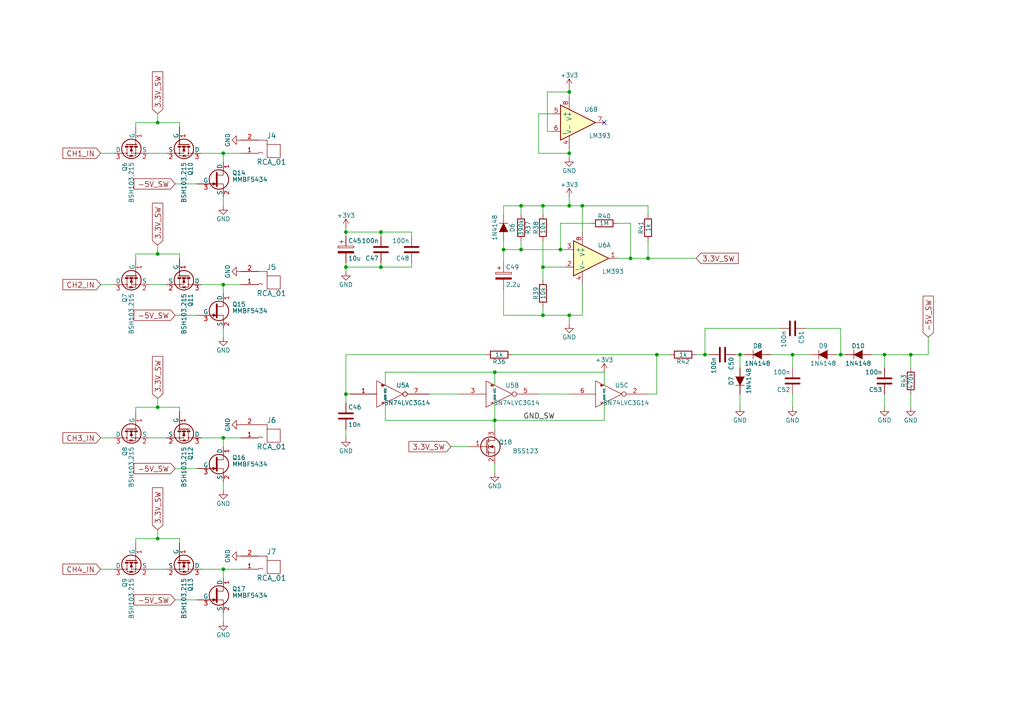
<source format=kicad_sch>
(kicad_sch (version 20211123) (generator eeschema)
  (paper "A4")
  (title_block (title "Muting") (date "2017-06-16") (rev "1.1") (company "Max Wulf") (comment 1 "Revision 1.1 - Michael Funk"))
  (lib_symbols
    (symbol "freeDSP_Classic_SMD-rescue:+3V3" (power) (pin_names (offset 0))
      (property "Value" "+3V3" (at 0 3.556 0))
      (symbol "+3V3_0_1"
        (polyline (pts (xy -0.762 1.27) (xy 0 2.54)))
        (polyline (pts (xy 0 0) (xy 0 2.54)))
        (polyline (pts (xy 0 2.54) (xy 0.762 1.27)))
      )
      (symbol "+3V3_1_1"
        (pin power_in line (at 0 0 90) (length 0) hide (name "+3V3") (number "1"))
      )
    )
    (symbol "freeDSP_Classic_SMD-rescue:BSH103,215" (pin_names (offset 0))
      (property "Reference" "Q" (at 5.08 1.905 0))
      (property "Value" "BSH103,215" (at 5.08 0 0))
      (symbol "BSH103,215_0_1"
        (polyline (pts (xy 0.635 -1.016) (xy 0.635 -1.651)) (stroke (width 0.508)))
        (polyline (pts (xy 0.635 0.381) (xy 0.635 -0.381)) (stroke (width 0.508)))
        (polyline (pts (xy 0.635 1.651) (xy 0.635 1.016)) (stroke (width 0.508)))
        (polyline (pts (xy 3.048 0.381) (xy 2.921 0.254)))
        (polyline (pts (xy 3.048 0.381) (xy 3.556 0.381)))
        (polyline (pts (xy 3.556 0.381) (xy 3.683 0.508)))
        (polyline (pts (xy 0 1.524) (xy 0 -1.524) (xy 0 -1.524)) (stroke (width 0.254)))
        (polyline (pts (xy 0.762 -1.27) (xy 2.54 -1.27) (xy 2.54 -2.54) (xy 2.54 -2.54)))
        (polyline (pts (xy 0.762 1.27) (xy 2.54 1.27) (xy 2.54 2.54) (xy 2.54 2.54)))
        (polyline (pts (xy 2.54 1.27) (xy 3.302 1.27) (xy 3.302 -1.27) (xy 2.54 -1.27)))
        (polyline (pts (xy 3.302 0.381) (xy 3.048 -0.254) (xy 3.556 -0.254) (xy 3.302 0.381)) (fill (type outline)))
        (polyline (pts (xy 0.762 0) (xy 1.27 0) (xy 2.54 0) (xy 2.54 -1.27) (xy 2.54 -1.27)))
        (polyline (pts (xy 0.889 0) (xy 1.905 0.381) (xy 1.905 -0.381) (xy 0.889 0) (xy 1.016 0) (xy 1.016 0)) (fill (type outline)))
        (circle (center 1.27 0) (radius 2.8194) (stroke (width 0.254)))
        (circle (center 2.54 -1.27) (radius 0.127))
        (circle (center 2.54 1.27) (radius 0.127))
      )
      (symbol "BSH103,215_1_1"
        (pin passive line (at -5.08 -1.27 0) (length 5.08) (name "G") (number "1"))
        (pin passive line (at 2.54 -5.08 90) (length 2.54) (name "S") (number "2"))
        (pin passive line (at 2.54 5.08 270) (length 2.54) (name "D") (number "3"))
      )
    )
    (symbol "freeDSP_Classic_SMD-rescue:C" (pin_numbers hide) (pin_names (offset 0.254))
      (property "Reference" "C" (at 0.635 2.54 0))
      (property "Value" "C" (at 0.635 -2.54 0))
      (symbol "C_0_1"
        (polyline (pts (xy -2.032 -0.762) (xy 2.032 -0.762)) (stroke (width 0.508)))
        (polyline (pts (xy -2.032 0.762) (xy 2.032 0.762)) (stroke (width 0.508)))
      )
      (symbol "C_1_1"
        (pin passive line (at 0 3.81 270) (length 2.794) (name "~") (number "1"))
        (pin passive line (at 0 -3.81 90) (length 2.794) (name "~") (number "2"))
      )
    )
    (symbol "freeDSP_Classic_SMD-rescue:CP" (pin_numbers hide) (pin_names (offset 0.254))
      (property "Reference" "C" (at 0.635 2.54 0))
      (property "Value" "CP" (at 0.635 -2.54 0))
      (symbol "CP_0_1"
        (rectangle (start -2.286 0.508) (end -2.286 1.016))
        (rectangle (start -2.286 0.508) (end 2.286 0.508))
        (polyline (pts (xy -1.778 2.286) (xy -0.762 2.286)))
        (polyline (pts (xy -1.27 2.794) (xy -1.27 1.778)))
        (rectangle (start 2.286 -0.508) (end -2.286 -1.016) (fill (type outline)))
        (rectangle (start 2.286 1.016) (end -2.286 1.016))
        (rectangle (start 2.286 1.016) (end 2.286 0.508))
      )
      (symbol "CP_1_1"
        (pin passive line (at 0 3.81 270) (length 2.794) (name "~") (number "1"))
        (pin passive line (at 0 -3.81 90) (length 2.794) (name "~") (number "2"))
      )
    )
    (symbol "freeDSP_Classic_SMD-rescue:D" (pin_numbers hide) (pin_names (offset 1.016) hide)
      (property "Reference" "D" (at 0 2.54 0))
      (property "Value" "D" (at 0 -2.54 0))
      (symbol "D_0_1"
        (polyline (pts (xy -1.27 1.27) (xy -1.27 -1.27)) (stroke (width 0.1524)))
        (polyline (pts (xy 1.27 1.27) (xy -1.27 0) (xy 1.27 -1.27)) (fill (type outline)))
      )
      (symbol "D_1_1"
        (pin passive line (at -3.81 0 0) (length 2.54) (name "K") (number "1"))
        (pin passive line (at 3.81 0 180) (length 2.54) (name "A") (number "2"))
      )
    )
    (symbol "freeDSP_Classic_SMD-rescue:GND" (power) (pin_names (offset 0))
      (property "Value" "GND" (at 0 -3.81 0))
      (symbol "GND_0_1"
        (polyline (pts (xy 0 0) (xy 0 -1.27) (xy 1.27 -1.27) (xy 0 -2.54) (xy -1.27 -1.27) (xy 0 -1.27)))
      )
      (symbol "GND_1_1"
        (pin power_in line (at 0 0 270) (length 0) hide (name "GND") (number "1"))
      )
    )
    (symbol "freeDSP_Classic_SMD-rescue:LM393"
      (property "Reference" "U" (at 3.81 3.81 0))
      (property "Value" "LM393" (at 6.35 -3.81 0))
      (symbol "LM393_0_1"
        (polyline (pts (xy -5.08 5.08) (xy 5.08 0) (xy -5.08 -5.08) (xy -5.08 5.08)) (stroke (width 0.254)) (fill (type background)))
      )
      (symbol "LM393_1_1"
        (pin open_collector line (at 7.62 0 180) (length 2.54) (name "~") (number "1"))
        (pin input line (at -7.62 -2.54 0) (length 2.54) (name "_") (number "2"))
        (pin input line (at -7.62 2.54 0) (length 2.54) (name "+") (number "3"))
        (pin power_in line (at -2.54 -7.62 90) (length 3.81) (name "V-") (number "4"))
        (pin power_in line (at -2.54 7.62 270) (length 3.81) (name "V+") (number "8"))
      )
      (symbol "LM393_2_1"
        (pin power_in line (at -2.54 -7.62 90) (length 3.81) (name "V-") (number "4"))
        (pin input line (at -7.62 2.54 0) (length 2.54) (name "+") (number "5"))
        (pin input line (at -7.62 -2.54 0) (length 2.54) (name "_") (number "6"))
        (pin open_collector line (at 7.62 0 180) (length 2.54) (name "~") (number "7"))
        (pin power_in line (at -2.54 7.62 270) (length 3.81) (name "V+") (number "8"))
      )
    )
    (symbol "freeDSP_Classic_SMD-rescue:MMBF5434" (pin_names (offset 0))
      (property "Reference" "Q" (at 5.08 1.905 0))
      (property "Value" "MMBF5434" (at 5.08 0 0))
      (symbol "MMBF5434_0_1"
        (polyline (pts (xy 0.635 1.905) (xy 0.635 -1.905) (xy 0.635 -1.905)) (stroke (width 0.508)))
        (polyline (pts (xy 0.508 -1.27) (xy -0.508 -0.889) (xy -0.508 -1.651) (xy 0.508 -1.27)) (fill (type outline)))
        (polyline (pts (xy 0.762 -1.27) (xy 2.54 -1.27) (xy 2.54 -2.54) (xy 2.54 -2.54)))
        (polyline (pts (xy 0.762 1.27) (xy 2.54 1.27) (xy 2.54 2.54) (xy 2.54 2.54)))
        (circle (center 1.27 0) (radius 2.8194) (stroke (width 0.254)))
      )
      (symbol "MMBF5434_1_1"
        (pin passive line (at 2.54 5.08 270) (length 2.54) (name "D") (number "1"))
        (pin passive line (at 2.54 -5.08 90) (length 2.54) (name "S") (number "2"))
        (pin passive line (at -5.08 -1.27 0) (length 5.08) (name "G") (number "3"))
      )
    )
    (symbol "freeDSP_Classic_SMD-rescue:NMOS_GSD" (pin_names (offset 0) hide)
      (property "Reference" "Q" (at 7.62 1.27 0))
      (property "Value" "NMOS_GSD" (at 15.24 -1.27 0))
      (symbol "NMOS_GSD_0_1"
        (polyline (pts (xy 0.762 -1.778) (xy 2.54 -1.778)))
        (polyline (pts (xy 0.762 -1.27) (xy 0.762 -2.286)) (stroke (width 0.254)))
        (polyline (pts (xy 0.762 0) (xy 2.54 0)))
        (polyline (pts (xy 0.762 0.508) (xy 0.762 -0.508)) (stroke (width 0.254)))
        (polyline (pts (xy 0.762 1.778) (xy 2.54 1.778)))
        (polyline (pts (xy 0.762 2.286) (xy 0.762 1.27)) (stroke (width 0.254)))
        (polyline (pts (xy 2.54 -1.778) (xy 2.54 -2.54)))
        (polyline (pts (xy 2.54 -1.778) (xy 2.54 0)))
        (polyline (pts (xy 2.54 2.54) (xy 2.54 1.778)))
        (polyline (pts (xy 0.254 1.905) (xy 0.254 -1.905) (xy 0.254 -1.905)) (stroke (width 0.254)))
        (polyline (pts (xy 1.016 0) (xy 2.032 0.381) (xy 2.032 -0.381) (xy 1.016 0)) (fill (type outline)))
        (circle (center 1.27 0) (radius 2.8194) (stroke (width 0.254)))
      )
      (symbol "NMOS_GSD_1_1"
        (pin input line (at -5.08 0 0) (length 5.334) (name "G") (number "1"))
        (pin passive line (at 2.54 -5.08 90) (length 2.54) (name "S") (number "2"))
        (pin passive line (at 2.54 5.08 270) (length 2.54) (name "D") (number "3"))
      )
    )
    (symbol "freeDSP_Classic_SMD-rescue:R" (pin_numbers hide) (pin_names (offset 0))
      (property "Reference" "R" (at 2.032 0 90))
      (property "Value" "R" (at 0 0 90))
      (symbol "R_0_1"
        (rectangle (start -1.016 -2.54) (end 1.016 2.54) (stroke (width 0.254)))
      )
      (symbol "R_1_1"
        (pin passive line (at 0 3.81 270) (length 1.27) (name "~") (number "1"))
        (pin passive line (at 0 -3.81 90) (length 1.27) (name "~") (number "2"))
      )
    )
    (symbol "freeDSP_Classic_SMD-rescue:RCA_01" (pin_names (offset 1.016) hide)
      (property "Reference" "J" (at -1.27 -2.54 0))
      (property "Value" "RCA_01" (at -1.27 5.08 0))
      (symbol "RCA_01_0_1"
        (rectangle (start -3.81 3.81) (end 0 0))
        (polyline (pts (xy 0 -1.27) (xy 0 0)))
        (polyline (pts (xy 0 -1.27) (xy 2.54 -1.27)))
        (arc (start 1.27 2.54) (mid 1.905 2.277) (end 2.54 2.54))
      )
      (symbol "RCA_01_1_1"
        (pin passive line (at 7.62 2.54 180) (length 5.08) (name "SIG") (number "1"))
        (pin passive line (at 7.62 -1.27 180) (length 5.08) (name "GND") (number "2"))
      )
    )
    (symbol "freeDSP_Classic_SMD-rescue:SN74LVC3G14" (pin_names (offset 0.762))
      (property "Reference" "U" (at 3.81 2.54 0))
      (property "Value" "SN74LVC3G14" (at 5.08 -2.54 0))
      (property "Footprint" "DCT_Handsoldering" (at 7.62 -5.08 0))
      (symbol "SN74LVC3G14_0_0"
        (polyline (pts (xy -3.81 3.81) (xy -3.81 -3.81) (xy 3.81 0) (xy -3.81 3.81)))
        (pin input line (at -1.27 -2.54 90) (length 0) (name "GND") (number "4"))
        (pin input line (at -1.27 2.54 270) (length 0) (name "VCC") (number "8"))
      )
      (symbol "SN74LVC3G14_1_1"
        (pin input line (at -11.43 0 0) (length 7.62) (name "~") (number "1"))
        (pin output inverted (at 11.43 0 180) (length 7.62) (name "~") (number "7"))
      )
      (symbol "SN74LVC3G14_1_2"
        (pin input inverted (at -11.43 0 0) (length 7.62) (name "~") (number "1"))
        (pin output line (at 11.43 0 180) (length 7.62) (name "~") (number "2"))
      )
      (symbol "SN74LVC3G14_2_1"
        (pin input line (at -11.43 0 0) (length 7.62) (name "~") (number "3"))
        (pin output inverted (at 11.43 0 180) (length 7.62) (name "~") (number "5"))
      )
      (symbol "SN74LVC3G14_2_2"
        (pin input inverted (at -11.43 0 0) (length 7.62) (name "~") (number "3"))
        (pin output line (at 11.43 0 180) (length 7.62) (name "~") (number "4"))
      )
      (symbol "SN74LVC3G14_3_1"
        (pin output inverted (at 11.43 0 180) (length 7.62) (name "~") (number "2"))
        (pin input line (at -11.43 0 0) (length 7.62) (name "~") (number "6"))
      )
      (symbol "SN74LVC3G14_3_2"
        (pin input inverted (at -11.43 0 0) (length 7.62) (name "~") (number "5"))
        (pin output line (at 11.43 0 180) (length 7.62) (name "~") (number "6"))
      )
    )
  )
  (junction (at 100.33 67.31))
  (junction (at 157.48 77.47))
  (junction (at 64.77 127))
  (junction (at 157.48 91.44))
  (junction (at 214.63 102.87))
  (junction (at 45.72 73.66))
  (junction (at 190.5 102.87))
  (junction (at 64.77 44.45))
  (junction (at 45.72 156.21))
  (junction (at 100.33 114.3))
  (junction (at 165.1 26.67))
  (junction (at 110.49 77.47))
  (junction (at 165.1 91.44))
  (junction (at 143.51 107.95))
  (junction (at 182.88 74.93))
  (junction (at 100.33 77.47))
  (junction (at 264.16 102.87))
  (junction (at 64.77 165.1))
  (junction (at 143.51 121.92))
  (junction (at 151.13 59.69))
  (junction (at 168.91 59.69))
  (junction (at 45.72 118.11))
  (junction (at 229.87 102.87))
  (junction (at 45.72 35.56))
  (junction (at 256.54 102.87))
  (junction (at 162.56 72.39))
  (junction (at 243.84 102.87))
  (junction (at 146.05 72.39))
  (junction (at 157.48 59.69))
  (junction (at 64.77 82.55))
  (junction (at 165.1 59.69))
  (junction (at 187.96 74.93))
  (junction (at 204.47 102.87))
  (junction (at 165.1 44.45))
  (junction (at 110.49 67.31))
  (junction (at 151.13 72.39))
  (no_connect (at 175.26 35.56))
  (wire (pts (xy 151.13 69.85) (xy 151.13 72.39)))
  (wire (pts (xy 226.06 95.25) (xy 204.47 95.25)))
  (wire (pts (xy 151.13 59.69) (xy 151.13 62.23)))
  (wire (pts (xy 168.91 59.69) (xy 187.96 59.69)))
  (wire (pts (xy 157.48 77.47) (xy 163.83 77.47)))
  (wire (pts (xy 48.26 165.1) (xy 43.18 165.1)))
  (wire (pts (xy 229.87 106.68) (xy 229.87 102.87)))
  (wire (pts (xy 143.51 121.92) (xy 175.26 121.92)))
  (wire (pts (xy 45.72 156.21) (xy 52.07 156.21)))
  (wire (pts (xy 100.33 76.2) (xy 100.33 77.47)))
  (wire (pts (xy 39.37 73.66) (xy 45.72 73.66)))
  (wire (pts (xy 168.91 91.44) (xy 168.91 82.55)))
  (wire (pts (xy 110.49 77.47) (xy 119.38 77.47)))
  (wire (pts (xy 100.33 67.31) (xy 100.33 68.58)))
  (wire (pts (xy 223.52 102.87) (xy 229.87 102.87)))
  (wire (pts (xy 58.42 44.45) (xy 64.77 44.45)))
  (wire (pts (xy 158.75 38.1) (xy 158.75 26.67)))
  (wire (pts (xy 146.05 62.23) (xy 146.05 59.69)))
  (wire (pts (xy 148.59 102.87) (xy 190.5 102.87)))
  (wire (pts (xy 57.15 173.99) (xy 50.8 173.99)))
  (wire (pts (xy 111.76 107.95) (xy 143.51 107.95)))
  (wire (pts (xy 64.77 97.79) (xy 64.77 95.25)))
  (wire (pts (xy 143.51 121.92) (xy 143.51 124.46)))
  (wire (pts (xy 52.07 118.11) (xy 52.07 119.38)))
  (wire (pts (xy 143.51 107.95) (xy 175.26 107.95)))
  (wire (pts (xy 64.77 46.99) (xy 64.77 44.45)))
  (wire (pts (xy 165.1 59.69) (xy 165.1 57.15)))
  (wire (pts (xy 64.77 167.64) (xy 64.77 165.1)))
  (wire (pts (xy 190.5 114.3) (xy 187.96 114.3)))
  (wire (pts (xy 48.26 127) (xy 43.18 127)))
  (wire (pts (xy 45.72 35.56) (xy 52.07 35.56)))
  (wire (pts (xy 52.07 73.66) (xy 52.07 74.93)))
  (wire (pts (xy 252.73 102.87) (xy 256.54 102.87)))
  (wire (pts (xy 64.77 142.24) (xy 64.77 139.7)))
  (wire (pts (xy 64.77 44.45) (xy 69.85 44.45)))
  (wire (pts (xy 100.33 77.47) (xy 110.49 77.47)))
  (wire (pts (xy 64.77 82.55) (xy 69.85 82.55)))
  (wire (pts (xy 256.54 114.3) (xy 256.54 118.11)))
  (wire (pts (xy 143.51 116.84) (xy 143.51 121.92)))
  (wire (pts (xy 100.33 114.3) (xy 101.6 114.3)))
  (wire (pts (xy 229.87 114.3) (xy 229.87 118.11)))
  (wire (pts (xy 45.72 153.67) (xy 45.72 156.21)))
  (wire (pts (xy 179.07 64.77) (xy 182.88 64.77)))
  (wire (pts (xy 165.1 59.69) (xy 168.91 59.69)))
  (wire (pts (xy 39.37 74.93) (xy 39.37 73.66)))
  (wire (pts (xy 146.05 72.39) (xy 151.13 72.39)))
  (wire (pts (xy 52.07 156.21) (xy 52.07 157.48)))
  (wire (pts (xy 100.33 67.31) (xy 110.49 67.31)))
  (wire (pts (xy 165.1 25.4) (xy 165.1 26.67)))
  (wire (pts (xy 175.26 121.92) (xy 175.26 116.84)))
  (wire (pts (xy 158.75 26.67) (xy 165.1 26.67)))
  (wire (pts (xy 111.76 107.95) (xy 111.76 111.76)))
  (wire (pts (xy 33.02 165.1) (xy 29.21 165.1)))
  (wire (pts (xy 146.05 69.85) (xy 146.05 72.39)))
  (wire (pts (xy 156.21 44.45) (xy 165.1 44.45)))
  (wire (pts (xy 39.37 157.48) (xy 39.37 156.21)))
  (wire (pts (xy 204.47 102.87) (xy 205.74 102.87)))
  (wire (pts (xy 39.37 156.21) (xy 45.72 156.21)))
  (wire (pts (xy 162.56 72.39) (xy 163.83 72.39)))
  (wire (pts (xy 52.07 35.56) (xy 52.07 36.83)))
  (wire (pts (xy 179.07 74.93) (xy 182.88 74.93)))
  (wire (pts (xy 187.96 74.93) (xy 201.93 74.93)))
  (wire (pts (xy 269.24 102.87) (xy 269.24 97.79)))
  (wire (pts (xy 182.88 64.77) (xy 182.88 74.93)))
  (wire (pts (xy 151.13 72.39) (xy 162.56 72.39)))
  (wire (pts (xy 157.48 59.69) (xy 165.1 59.69)))
  (wire (pts (xy 157.48 59.69) (xy 157.48 62.23)))
  (wire (pts (xy 133.35 114.3) (xy 124.46 114.3)))
  (wire (pts (xy 165.1 43.18) (xy 165.1 44.45)))
  (wire (pts (xy 190.5 102.87) (xy 190.5 114.3)))
  (wire (pts (xy 110.49 67.31) (xy 119.38 67.31)))
  (wire (pts (xy 100.33 102.87) (xy 100.33 114.3)))
  (wire (pts (xy 156.21 44.45) (xy 156.21 33.02)))
  (wire (pts (xy 39.37 119.38) (xy 39.37 118.11)))
  (wire (pts (xy 39.37 36.83) (xy 39.37 35.56)))
  (wire (pts (xy 64.77 180.34) (xy 64.77 177.8)))
  (wire (pts (xy 100.33 77.47) (xy 100.33 78.74)))
  (wire (pts (xy 57.15 53.34) (xy 50.8 53.34)))
  (wire (pts (xy 204.47 95.25) (xy 204.47 102.87)))
  (wire (pts (xy 187.96 59.69) (xy 187.96 62.23)))
  (wire (pts (xy 229.87 102.87) (xy 234.95 102.87)))
  (wire (pts (xy 140.97 102.87) (xy 100.33 102.87)))
  (wire (pts (xy 165.1 91.44) (xy 168.91 91.44)))
  (wire (pts (xy 168.91 59.69) (xy 168.91 67.31)))
  (wire (pts (xy 64.77 165.1) (xy 69.85 165.1)))
  (wire (pts (xy 58.42 127) (xy 64.77 127)))
  (wire (pts (xy 156.21 33.02) (xy 160.02 33.02)))
  (wire (pts (xy 146.05 91.44) (xy 157.48 91.44)))
  (wire (pts (xy 64.77 129.54) (xy 64.77 127)))
  (wire (pts (xy 39.37 118.11) (xy 45.72 118.11)))
  (wire (pts (xy 33.02 44.45) (xy 29.21 44.45)))
  (wire (pts (xy 100.33 114.3) (xy 100.33 116.84)))
  (wire (pts (xy 182.88 74.93) (xy 187.96 74.93)))
  (wire (pts (xy 45.72 118.11) (xy 52.07 118.11)))
  (wire (pts (xy 143.51 111.76) (xy 143.51 107.95)))
  (wire (pts (xy 110.49 68.58) (xy 110.49 67.31)))
  (wire (pts (xy 264.16 102.87) (xy 269.24 102.87)))
  (wire (pts (xy 111.76 121.92) (xy 143.51 121.92)))
  (wire (pts (xy 45.72 115.57) (xy 45.72 118.11)))
  (wire (pts (xy 45.72 33.02) (xy 45.72 35.56)))
  (wire (pts (xy 162.56 64.77) (xy 162.56 72.39)))
  (wire (pts (xy 264.16 114.3) (xy 264.16 118.11)))
  (wire (pts (xy 100.33 124.46) (xy 100.33 127)))
  (wire (pts (xy 57.15 135.89) (xy 50.8 135.89)))
  (wire (pts (xy 214.63 114.3) (xy 214.63 118.11)))
  (wire (pts (xy 130.81 129.54) (xy 135.89 129.54)))
  (wire (pts (xy 175.26 107.95) (xy 175.26 111.76)))
  (wire (pts (xy 201.93 102.87) (xy 204.47 102.87)))
  (wire (pts (xy 39.37 35.56) (xy 45.72 35.56)))
  (wire (pts (xy 57.15 91.44) (xy 50.8 91.44)))
  (wire (pts (xy 157.48 88.9) (xy 157.48 91.44)))
  (wire (pts (xy 165.1 91.44) (xy 165.1 93.98)))
  (wire (pts (xy 157.48 69.85) (xy 157.48 77.47)))
  (wire (pts (xy 242.57 102.87) (xy 243.84 102.87)))
  (wire (pts (xy 64.77 85.09) (xy 64.77 82.55)))
  (wire (pts (xy 187.96 69.85) (xy 187.96 74.93)))
  (wire (pts (xy 64.77 127) (xy 69.85 127)))
  (wire (pts (xy 119.38 67.31) (xy 119.38 68.58)))
  (wire (pts (xy 233.68 95.25) (xy 243.84 95.25)))
  (wire (pts (xy 100.33 66.04) (xy 100.33 67.31)))
  (wire (pts (xy 264.16 102.87) (xy 264.16 106.68)))
  (wire (pts (xy 160.02 38.1) (xy 158.75 38.1)))
  (wire (pts (xy 45.72 73.66) (xy 52.07 73.66)))
  (wire (pts (xy 58.42 82.55) (xy 64.77 82.55)))
  (wire (pts (xy 33.02 127) (xy 29.21 127)))
  (wire (pts (xy 165.1 44.45) (xy 165.1 45.72)))
  (wire (pts (xy 146.05 59.69) (xy 151.13 59.69)))
  (wire (pts (xy 213.36 102.87) (xy 214.63 102.87)))
  (wire (pts (xy 243.84 95.25) (xy 243.84 102.87)))
  (wire (pts (xy 110.49 77.47) (xy 110.49 76.2)))
  (wire (pts (xy 111.76 121.92) (xy 111.76 116.84)))
  (wire (pts (xy 243.84 102.87) (xy 245.11 102.87)))
  (wire (pts (xy 143.51 134.62) (xy 143.51 137.16)))
  (wire (pts (xy 214.63 106.68) (xy 214.63 102.87)))
  (wire (pts (xy 157.48 91.44) (xy 165.1 91.44)))
  (wire (pts (xy 58.42 165.1) (xy 64.77 165.1)))
  (wire (pts (xy 256.54 102.87) (xy 264.16 102.87)))
  (wire (pts (xy 146.05 72.39) (xy 146.05 76.2)))
  (wire (pts (xy 48.26 82.55) (xy 43.18 82.55)))
  (wire (pts (xy 165.1 114.3) (xy 156.21 114.3)))
  (wire (pts (xy 146.05 91.44) (xy 146.05 83.82)))
  (wire (pts (xy 256.54 106.68) (xy 256.54 102.87)))
  (wire (pts (xy 165.1 26.67) (xy 165.1 27.94)))
  (wire (pts (xy 151.13 59.69) (xy 157.48 59.69)))
  (wire (pts (xy 171.45 64.77) (xy 162.56 64.77)))
  (wire (pts (xy 119.38 77.47) (xy 119.38 76.2)))
  (wire (pts (xy 48.26 44.45) (xy 43.18 44.45)))
  (wire (pts (xy 190.5 102.87) (xy 194.31 102.87)))
  (wire (pts (xy 214.63 102.87) (xy 215.9 102.87)))
  (wire (pts (xy 64.77 59.69) (xy 64.77 57.15)))
  (wire (pts (xy 157.48 77.47) (xy 157.48 81.28)))
  (wire (pts (xy 45.72 71.12) (xy 45.72 73.66)))
  (wire (pts (xy 33.02 82.55) (xy 29.21 82.55)))
  (label "GND_SW" (at 151.765 121.92 0) (effects (font (size 1.524 1.524))))
  (global_label "3.3V_SW" (shape input) (at 45.72 153.67 90) (effects (font (size 1.524 1.524))) (property "Intersheet References" "${INTERSHEET_REFS}" (effects hide)))
  (global_label "3.3V_SW" (shape input) (at 45.72 71.12 90) (effects (font (size 1.524 1.524))) (property "Intersheet References" "${INTERSHEET_REFS}" (effects hide)))
  (global_label "3.3V_SW" (shape input) (at 45.72 33.02 90) (effects (font (size 1.524 1.524))) (property "Intersheet References" "${INTERSHEET_REFS}" (effects hide)))
  (global_label "CH3_IN" (shape input) (at 29.21 127 180) (effects (font (size 1.524 1.524))) (property "Intersheet References" "${INTERSHEET_REFS}" (effects hide)))
  (global_label "3.3V_SW" (shape input) (at 45.72 115.57 90) (effects (font (size 1.524 1.524))) (property "Intersheet References" "${INTERSHEET_REFS}" (effects hide)))
  (global_label "-5V_SW" (shape input) (at 50.8 91.44 180) (effects (font (size 1.524 1.524))) (property "Intersheet References" "${INTERSHEET_REFS}" (effects hide)))
  (global_label "3.3V_SW" (shape input) (at 201.93 74.93 0) (effects (font (size 1.524 1.524))) (property "Intersheet References" "${INTERSHEET_REFS}" (effects hide)))
  (global_label "-5V_SW" (shape input) (at 50.8 53.34 180) (effects (font (size 1.524 1.524))) (property "Intersheet References" "${INTERSHEET_REFS}" (effects hide)))
  (global_label "-5V_SW" (shape input) (at 50.8 173.99 180) (effects (font (size 1.524 1.524))) (property "Intersheet References" "${INTERSHEET_REFS}" (effects hide)))
  (global_label "CH4_IN" (shape input) (at 29.21 165.1 180) (effects (font (size 1.524 1.524))) (property "Intersheet References" "${INTERSHEET_REFS}" (effects hide)))
  (global_label "-5V_SW" (shape input) (at 269.24 97.79 90) (effects (font (size 1.524 1.524))) (property "Intersheet References" "${INTERSHEET_REFS}" (effects hide)))
  (global_label "CH1_IN" (shape input) (at 29.21 44.45 180) (effects (font (size 1.524 1.524))) (property "Intersheet References" "${INTERSHEET_REFS}" (effects hide)))
  (global_label "3.3V_SW" (shape input) (at 130.81 129.54 180) (effects (font (size 1.524 1.524))) (property "Intersheet References" "${INTERSHEET_REFS}" (effects hide)))
  (global_label "CH2_IN" (shape input) (at 29.21 82.55 180) (effects (font (size 1.524 1.524))) (property "Intersheet References" "${INTERSHEET_REFS}" (effects hide)))
  (global_label "-5V_SW" (shape input) (at 50.8 135.89 180) (effects (font (size 1.524 1.524))) (property "Intersheet References" "${INTERSHEET_REFS}" (effects hide)))
  (symbol (lib_id "freeDSP_Classic_SMD-rescue:SN74LVC3G14") (at 113.03 114.3 0) (unit 1)
    (property "Reference" "U5" (at 116.84 111.76 0))
    (property "Value" "SN74LVC3G14" (at 118.11 116.84 0))
    (property "Footprint" "fdsp_housing_new:DCT" (effects hide))
  )
  (symbol (lib_id "freeDSP_Classic_SMD-rescue:SN74LVC3G14") (at 176.53 114.3 0) (unit 3)
    (property "Reference" "U5" (at 180.34 111.76 0))
    (property "Value" "SN74LVC3G14" (at 181.61 116.84 0))
    (property "Footprint" "fdsp_housing_new:DCT" (effects hide))
  )
  (symbol (lib_id "freeDSP_Classic_SMD-rescue:SN74LVC3G14") (at 144.78 114.3 0) (unit 2)
    (property "Reference" "U5" (at 148.59 111.76 0))
    (property "Value" "SN74LVC3G14" (at 149.86 116.84 0))
    (property "Footprint" "fdsp_housing_new:DCT" (effects hide))
  )
  (symbol (lib_id "freeDSP_Classic_SMD-rescue:R") (at 144.78 102.87 270) (unit 1)
    (property "Reference" "R36" (at 144.78 104.902 90))
    (property "Value" "1k" (at 144.78 102.87 90))
    (property "Footprint" "fdsp_resistor:R_1206_HandSoldering" (effects hide))
  )
  (symbol (lib_id "freeDSP_Classic_SMD-rescue:C") (at 100.33 120.65 0) (unit 1)
    (property "Reference" "C46" (at 100.965 118.11 0) (effects (justify left)))
    (property "Value" "10n" (at 100.965 123.19 0) (effects (justify left)))
    (property "Footprint" "fdsp_capacitor:C_1206_HandSoldering" (effects hide))
  )
  (symbol (lib_id "freeDSP_Classic_SMD-rescue:GND") (at 100.33 127 0) (unit 1)
    (property "Reference" "#PWR075" (effects hide))
    (property "Value" "GND" (at 100.33 130.81 0))
  )
  (symbol (lib_id "freeDSP_Classic_SMD-rescue:D") (at 219.71 102.87 0) (unit 1)
    (property "Reference" "D8" (at 219.71 100.33 0))
    (property "Value" "1N4148" (at 219.71 105.41 0))
    (property "Footprint" "fdsp_diode:SOD-123W" (effects hide))
  )
  (symbol (lib_id "freeDSP_Classic_SMD-rescue:R") (at 198.12 102.87 270) (unit 1)
    (property "Reference" "R42" (at 198.12 104.902 90))
    (property "Value" "1k" (at 198.12 102.87 90))
    (property "Footprint" "fdsp_resistor:R_1206_HandSoldering" (effects hide))
  )
  (symbol (lib_id "freeDSP_Classic_SMD-rescue:C") (at 209.55 102.87 270) (unit 1)
    (property "Reference" "C50" (at 212.09 103.505 0) (effects (justify left)))
    (property "Value" "100n" (at 207.01 103.505 0) (effects (justify left)))
    (property "Footprint" "fdsp_capacitor:C_1206_HandSoldering" (effects hide))
  )
  (symbol (lib_id "freeDSP_Classic_SMD-rescue:D") (at 214.63 110.49 90) (unit 1)
    (property "Reference" "D7" (at 212.09 110.49 0))
    (property "Value" "1N4148" (at 217.17 110.49 0))
    (property "Footprint" "fdsp_diode:SOD-123W" (effects hide))
  )
  (symbol (lib_id "freeDSP_Classic_SMD-rescue:C") (at 229.87 110.49 180) (unit 1)
    (property "Reference" "C52" (at 229.235 113.03 0) (effects (justify left)))
    (property "Value" "100n" (at 229.235 107.95 0) (effects (justify left)))
    (property "Footprint" "fdsp_capacitor:C_1206_HandSoldering" (effects hide))
  )
  (symbol (lib_id "freeDSP_Classic_SMD-rescue:D") (at 238.76 102.87 0) (unit 1)
    (property "Reference" "D9" (at 238.76 100.33 0))
    (property "Value" "1N4148" (at 238.76 105.41 0))
    (property "Footprint" "fdsp_diode:SOD-123W" (effects hide))
  )
  (symbol (lib_id "freeDSP_Classic_SMD-rescue:D") (at 248.92 102.87 0) (unit 1)
    (property "Reference" "D10" (at 248.92 100.33 0))
    (property "Value" "1N4148" (at 248.92 105.41 0))
    (property "Footprint" "fdsp_diode:SOD-123W" (effects hide))
  )
  (symbol (lib_id "freeDSP_Classic_SMD-rescue:C") (at 229.87 95.25 270) (unit 1)
    (property "Reference" "C51" (at 232.41 95.885 0) (effects (justify left)))
    (property "Value" "100n" (at 227.33 95.885 0) (effects (justify left)))
    (property "Footprint" "fdsp_capacitor:C_1206_HandSoldering" (effects hide))
  )
  (symbol (lib_id "freeDSP_Classic_SMD-rescue:C") (at 256.54 110.49 180) (unit 1)
    (property "Reference" "C53" (at 255.905 113.03 0) (effects (justify left)))
    (property "Value" "100n" (at 255.905 107.95 0) (effects (justify left)))
    (property "Footprint" "fdsp_capacitor:C_1206_HandSoldering" (effects hide))
  )
  (symbol (lib_id "freeDSP_Classic_SMD-rescue:R") (at 264.16 110.49 180) (unit 1)
    (property "Reference" "R43" (at 262.128 110.49 90))
    (property "Value" "470k" (at 264.16 110.49 90))
    (property "Footprint" "fdsp_resistor:R_1206_HandSoldering" (effects hide))
  )
  (symbol (lib_id "freeDSP_Classic_SMD-rescue:GND") (at 214.63 118.11 0) (unit 1)
    (property "Reference" "#PWR076" (effects hide))
    (property "Value" "GND" (at 214.63 121.92 0))
  )
  (symbol (lib_id "freeDSP_Classic_SMD-rescue:GND") (at 229.87 118.11 0) (unit 1)
    (property "Reference" "#PWR077" (effects hide))
    (property "Value" "GND" (at 229.87 121.92 0))
  )
  (symbol (lib_id "freeDSP_Classic_SMD-rescue:GND") (at 256.54 118.11 0) (unit 1)
    (property "Reference" "#PWR078" (effects hide))
    (property "Value" "GND" (at 256.54 121.92 0))
  )
  (symbol (lib_id "freeDSP_Classic_SMD-rescue:GND") (at 264.16 118.11 0) (unit 1)
    (property "Reference" "#PWR079" (effects hide))
    (property "Value" "GND" (at 264.16 121.92 0))
  )
  (symbol (lib_id "freeDSP_Classic_SMD-rescue:LM393") (at 171.45 74.93 0) (unit 1)
    (property "Reference" "U6" (at 175.26 71.12 0))
    (property "Value" "LM393" (at 177.8 78.74 0))
    (property "Footprint" "fdsp_housing_new:SOIC-8_3.9x4.9mm_Pitch1.27mm" (effects hide))
  )
  (symbol (lib_id "freeDSP_Classic_SMD-rescue:R") (at 157.48 85.09 180) (unit 1)
    (property "Reference" "R39" (at 155.448 85.09 90))
    (property "Value" "10k" (at 157.48 85.09 90))
    (property "Footprint" "fdsp_resistor:R_1206_HandSoldering" (effects hide))
  )
  (symbol (lib_id "freeDSP_Classic_SMD-rescue:R") (at 157.48 66.04 180) (unit 1)
    (property "Reference" "R38" (at 155.448 66.04 90))
    (property "Value" "10k" (at 157.48 66.04 90))
    (property "Footprint" "fdsp_resistor:R_1206_HandSoldering" (effects hide))
  )
  (symbol (lib_id "freeDSP_Classic_SMD-rescue:GND") (at 165.1 93.98 0) (unit 1)
    (property "Reference" "#PWR080" (effects hide))
    (property "Value" "GND" (at 165.1 97.79 0))
  )
  (symbol (lib_id "freeDSP_Classic_SMD-rescue:+3V3") (at 165.1 57.15 0) (unit 1)
    (property "Reference" "#PWR081" (effects hide))
    (property "Value" "+3V3" (at 165.1 53.594 0))
  )
  (symbol (lib_id "freeDSP_Classic_SMD-rescue:CP") (at 146.05 80.01 0) (unit 1)
    (property "Reference" "C49" (at 146.685 77.47 0) (effects (justify left)))
    (property "Value" "2.2u" (at 146.685 82.55 0) (effects (justify left)))
    (property "Footprint" "fdsp_capacitor:C_Radial_D5_L11_P2" (effects hide))
  )
  (symbol (lib_id "freeDSP_Classic_SMD-rescue:R") (at 175.26 64.77 90) (unit 1)
    (property "Reference" "R40" (at 175.26 62.738 90))
    (property "Value" "1M" (at 175.26 64.77 90))
    (property "Footprint" "fdsp_resistor:R_1206_HandSoldering" (effects hide))
  )
  (symbol (lib_id "freeDSP_Classic_SMD-rescue:R") (at 151.13 66.04 0) (unit 1)
    (property "Reference" "R37" (at 153.162 66.04 90))
    (property "Value" "390k" (at 151.13 66.04 90))
    (property "Footprint" "fdsp_resistor:R_1206_HandSoldering" (effects hide))
  )
  (symbol (lib_id "freeDSP_Classic_SMD-rescue:D") (at 146.05 66.04 270) (unit 1)
    (property "Reference" "D6" (at 148.59 66.04 0))
    (property "Value" "1N4148" (at 143.51 66.04 0))
    (property "Footprint" "fdsp_diode:SOD-123W" (effects hide))
  )
  (symbol (lib_id "freeDSP_Classic_SMD-rescue:+3V3") (at 100.33 66.04 0) (unit 1)
    (property "Reference" "#PWR082" (effects hide))
    (property "Value" "+3V3" (at 100.33 62.484 0))
  )
  (symbol (lib_id "freeDSP_Classic_SMD-rescue:GND") (at 100.33 78.74 0) (unit 1)
    (property "Reference" "#PWR083" (effects hide))
    (property "Value" "GND" (at 100.33 82.55 0))
  )
  (symbol (lib_id "freeDSP_Classic_SMD-rescue:CP") (at 100.33 72.39 0) (unit 1)
    (property "Reference" "C45" (at 100.965 69.85 0) (effects (justify left)))
    (property "Value" "10u" (at 100.965 74.93 0) (effects (justify left)))
    (property "Footprint" "fdsp_capacitor:C_Radial_D5_L11_P2" (effects hide))
  )
  (symbol (lib_id "freeDSP_Classic_SMD-rescue:C") (at 110.49 72.39 180) (unit 1)
    (property "Reference" "C47" (at 109.855 74.93 0) (effects (justify left)))
    (property "Value" "100n" (at 109.855 69.85 0) (effects (justify left)))
    (property "Footprint" "fdsp_capacitor:C_1206_HandSoldering" (effects hide))
  )
  (symbol (lib_id "freeDSP_Classic_SMD-rescue:C") (at 119.38 72.39 180) (unit 1)
    (property "Reference" "C48" (at 118.745 74.93 0) (effects (justify left)))
    (property "Value" "100n" (at 118.745 69.85 0) (effects (justify left)))
    (property "Footprint" "fdsp_capacitor:C_1206_HandSoldering" (effects hide))
  )
  (symbol (lib_id "freeDSP_Classic_SMD-rescue:MMBF5434") (at 62.23 52.07 0) (unit 1)
    (property "Reference" "Q14" (at 67.31 50.165 0) (effects (justify left)))
    (property "Value" "MMBF5434" (at 67.31 52.07 0) (effects (justify left)))
    (property "Footprint" "fdsp_housing_new:SOT-23_Handsoldering" (effects hide))
  )
  (symbol (lib_id "freeDSP_Classic_SMD-rescue:BSH103,215") (at 53.34 41.91 270) (unit 1)
    (property "Reference" "Q10" (at 55.245 46.99 0) (effects (justify left)))
    (property "Value" "BSH103,215" (at 53.34 46.99 0) (effects (justify left)))
    (property "Footprint" "fdsp_housing_new:SOT-23_Handsoldering" (effects hide))
  )
  (symbol (lib_id "freeDSP_Classic_SMD-rescue:BSH103,215") (at 38.1 41.91 90) (mirror x) (unit 1)
    (property "Reference" "Q6" (at 36.195 46.99 0) (effects (justify left)))
    (property "Value" "BSH103,215" (at 38.1 46.99 0) (effects (justify left)))
    (property "Footprint" "fdsp_housing_new:SOT-23_Handsoldering" (effects hide))
  )
  (symbol (lib_id "freeDSP_Classic_SMD-rescue:GND") (at 64.77 59.69 0) (unit 1)
    (property "Reference" "#PWR084" (effects hide))
    (property "Value" "GND" (at 64.77 63.5 0))
  )
  (symbol (lib_id "freeDSP_Classic_SMD-rescue:MMBF5434") (at 62.23 90.17 0) (unit 1)
    (property "Reference" "Q15" (at 67.31 88.265 0) (effects (justify left)))
    (property "Value" "MMBF5434" (at 67.31 90.17 0) (effects (justify left)))
    (property "Footprint" "fdsp_housing_new:SOT-23_Handsoldering" (effects hide))
  )
  (symbol (lib_id "freeDSP_Classic_SMD-rescue:BSH103,215") (at 53.34 80.01 270) (unit 1)
    (property "Reference" "Q11" (at 55.245 85.09 0) (effects (justify left)))
    (property "Value" "BSH103,215" (at 53.34 85.09 0) (effects (justify left)))
    (property "Footprint" "fdsp_housing_new:SOT-23_Handsoldering" (effects hide))
  )
  (symbol (lib_id "freeDSP_Classic_SMD-rescue:BSH103,215") (at 38.1 80.01 90) (mirror x) (unit 1)
    (property "Reference" "Q7" (at 36.195 85.09 0) (effects (justify left)))
    (property "Value" "BSH103,215" (at 38.1 85.09 0) (effects (justify left)))
    (property "Footprint" "fdsp_housing_new:SOT-23_Handsoldering" (effects hide))
  )
  (symbol (lib_id "freeDSP_Classic_SMD-rescue:GND") (at 64.77 97.79 0) (unit 1)
    (property "Reference" "#PWR085" (effects hide))
    (property "Value" "GND" (at 64.77 101.6 0))
  )
  (symbol (lib_id "freeDSP_Classic_SMD-rescue:MMBF5434") (at 62.23 134.62 0) (unit 1)
    (property "Reference" "Q16" (at 67.31 132.715 0) (effects (justify left)))
    (property "Value" "MMBF5434" (at 67.31 134.62 0) (effects (justify left)))
    (property "Footprint" "fdsp_housing_new:SOT-23_Handsoldering" (effects hide))
  )
  (symbol (lib_id "freeDSP_Classic_SMD-rescue:BSH103,215") (at 53.34 124.46 270) (unit 1)
    (property "Reference" "Q12" (at 55.245 129.54 0) (effects (justify left)))
    (property "Value" "BSH103,215" (at 53.34 129.54 0) (effects (justify left)))
    (property "Footprint" "fdsp_housing_new:SOT-23_Handsoldering" (effects hide))
  )
  (symbol (lib_id "freeDSP_Classic_SMD-rescue:BSH103,215") (at 38.1 124.46 90) (mirror x) (unit 1)
    (property "Reference" "Q8" (at 36.195 129.54 0) (effects (justify left)))
    (property "Value" "BSH103,215" (at 38.1 129.54 0) (effects (justify left)))
    (property "Footprint" "fdsp_housing_new:SOT-23_Handsoldering" (effects hide))
  )
  (symbol (lib_id "freeDSP_Classic_SMD-rescue:GND") (at 64.77 142.24 0) (unit 1)
    (property "Reference" "#PWR086" (effects hide))
    (property "Value" "GND" (at 64.77 146.05 0))
  )
  (symbol (lib_id "freeDSP_Classic_SMD-rescue:MMBF5434") (at 62.23 172.72 0) (unit 1)
    (property "Reference" "Q17" (at 67.31 170.815 0) (effects (justify left)))
    (property "Value" "MMBF5434" (at 67.31 172.72 0) (effects (justify left)))
    (property "Footprint" "fdsp_housing_new:SOT-23_Handsoldering" (effects hide))
  )
  (symbol (lib_id "freeDSP_Classic_SMD-rescue:BSH103,215") (at 53.34 162.56 270) (unit 1)
    (property "Reference" "Q13" (at 55.245 167.64 0) (effects (justify left)))
    (property "Value" "BSH103,215" (at 53.34 167.64 0) (effects (justify left)))
    (property "Footprint" "fdsp_housing_new:SOT-23_Handsoldering" (effects hide))
  )
  (symbol (lib_id "freeDSP_Classic_SMD-rescue:BSH103,215") (at 38.1 162.56 90) (mirror x) (unit 1)
    (property "Reference" "Q9" (at 36.195 167.64 0) (effects (justify left)))
    (property "Value" "BSH103,215" (at 38.1 167.64 0) (effects (justify left)))
    (property "Footprint" "fdsp_housing_new:SOT-23_Handsoldering" (effects hide))
  )
  (symbol (lib_id "freeDSP_Classic_SMD-rescue:GND") (at 64.77 180.34 0) (unit 1)
    (property "Reference" "#PWR087" (effects hide))
    (property "Value" "GND" (at 64.77 184.15 0))
  )
  (symbol (lib_id "freeDSP_Classic_SMD-rescue:R") (at 187.96 66.04 180) (unit 1)
    (property "Reference" "R41" (at 185.928 66.04 90))
    (property "Value" "1k" (at 187.96 66.04 90))
    (property "Footprint" "fdsp_resistor:R_1206_HandSoldering" (effects hide))
  )
  (symbol (lib_id "freeDSP_Classic_SMD-rescue:NMOS_GSD") (at 140.97 129.54 0) (unit 1)
    (property "Reference" "Q18" (at 148.59 128.27 0) (effects (justify right)))
    (property "Value" "BSS123" (at 156.21 130.81 0) (effects (justify right)))
    (property "Footprint" "fdsp_housing_new:SOT-23_Handsoldering" (effects hide))
    (property "Datasheet" "http://assets.nexperia.com/documents/data-sheet/BSS123.pdf" (effects hide))
  )
  (symbol (lib_id "freeDSP_Classic_SMD-rescue:LM393") (at 167.64 35.56 0) (unit 2)
    (property "Reference" "U6" (at 171.45 31.75 0))
    (property "Value" "LM393" (at 173.99 39.37 0))
    (property "Footprint" "fdsp_housing_new:SOIC-8_3.9x4.9mm_Pitch1.27mm" (effects hide))
  )
  (symbol (lib_id "freeDSP_Classic_SMD-rescue:GND") (at 165.1 45.72 0) (unit 1)
    (property "Reference" "#PWR088" (effects hide))
    (property "Value" "GND" (at 165.1 49.53 0))
  )
  (symbol (lib_id "freeDSP_Classic_SMD-rescue:+3V3") (at 165.1 25.4 0) (unit 1)
    (property "Reference" "#PWR089" (effects hide))
    (property "Value" "+3V3" (at 165.1 21.844 0))
  )
  (symbol (lib_id "freeDSP_Classic_SMD-rescue:+3V3") (at 175.26 107.95 0) (unit 1)
    (property "Reference" "#PWR090" (effects hide))
    (property "Value" "+3V3" (at 175.26 104.394 0))
  )
  (symbol (lib_id "freeDSP_Classic_SMD-rescue:GND") (at 143.51 137.16 0) (unit 1)
    (property "Reference" "#PWR091" (effects hide))
    (property "Value" "GND" (at 143.51 140.97 0))
  )
  (symbol (lib_id "freeDSP_Classic_SMD-rescue:RCA_01") (at 77.47 41.91 180) (unit 1)
    (property "Reference" "J4" (at 78.74 39.37 0) (effects (font (size 1.524 1.524))))
    (property "Value" "RCA_01" (at 78.74 46.99 0) (effects (font (size 1.524 1.524))))
    (property "Footprint" "fdsp_connector:RCA_RCJ-01x" (effects hide))
  )
  (symbol (lib_id "freeDSP_Classic_SMD-rescue:GND") (at 69.85 40.64 270) (unit 1)
    (property "Reference" "#PWR092" (effects hide))
    (property "Value" "GND" (at 66.04 40.64 0))
  )
  (symbol (lib_id "freeDSP_Classic_SMD-rescue:RCA_01") (at 77.47 80.01 180) (unit 1)
    (property "Reference" "J5" (at 78.74 77.47 0) (effects (font (size 1.524 1.524))))
    (property "Value" "RCA_01" (at 78.74 85.09 0) (effects (font (size 1.524 1.524))))
    (property "Footprint" "fdsp_connector:RCA_RCJ-01x" (effects hide))
  )
  (symbol (lib_id "freeDSP_Classic_SMD-rescue:RCA_01") (at 77.47 124.46 180) (unit 1)
    (property "Reference" "J6" (at 78.74 121.92 0) (effects (font (size 1.524 1.524))))
    (property "Value" "RCA_01" (at 78.74 129.54 0) (effects (font (size 1.524 1.524))))
    (property "Footprint" "fdsp_connector:RCA_RCJ-01x" (effects hide))
  )
  (symbol (lib_id "freeDSP_Classic_SMD-rescue:RCA_01") (at 77.47 162.56 180) (unit 1)
    (property "Reference" "J7" (at 78.74 160.02 0) (effects (font (size 1.524 1.524))))
    (property "Value" "RCA_01" (at 78.74 167.64 0) (effects (font (size 1.524 1.524))))
    (property "Footprint" "fdsp_connector:RCA_RCJ-01x" (effects hide))
  )
  (symbol (lib_id "freeDSP_Classic_SMD-rescue:GND") (at 69.85 161.29 270) (unit 1)
    (property "Reference" "#PWR093" (effects hide))
    (property "Value" "GND" (at 66.04 161.29 0))
  )
  (symbol (lib_id "freeDSP_Classic_SMD-rescue:GND") (at 69.85 123.19 270) (unit 1)
    (property "Reference" "#PWR094" (effects hide))
    (property "Value" "GND" (at 66.04 123.19 0))
  )
  (symbol (lib_id "freeDSP_Classic_SMD-rescue:GND") (at 69.85 78.74 270) (unit 1)
    (property "Reference" "#PWR095" (effects hide))
    (property "Value" "GND" (at 66.04 78.74 0))
  )
)
</source>
